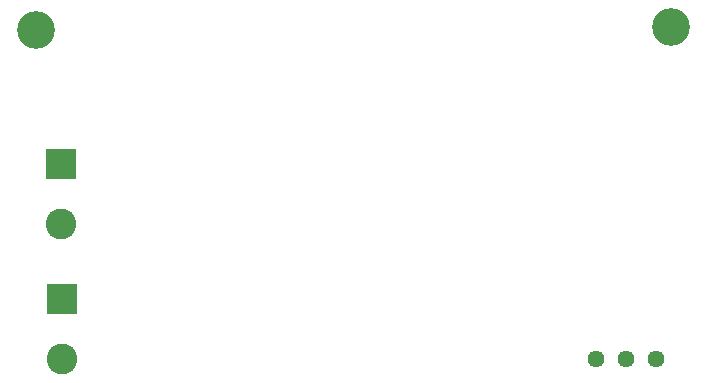
<source format=gbr>
%TF.GenerationSoftware,KiCad,Pcbnew,7.0.5*%
%TF.CreationDate,2023-07-04T22:36:34+05:30*%
%TF.ProjectId,BUCK_LOW_EMI,4255434b-5f4c-44f5-975f-454d492e6b69,rev?*%
%TF.SameCoordinates,Original*%
%TF.FileFunction,Soldermask,Bot*%
%TF.FilePolarity,Negative*%
%FSLAX46Y46*%
G04 Gerber Fmt 4.6, Leading zero omitted, Abs format (unit mm)*
G04 Created by KiCad (PCBNEW 7.0.5) date 2023-07-04 22:36:34*
%MOMM*%
%LPD*%
G01*
G04 APERTURE LIST*
%ADD10R,2.600000X2.600000*%
%ADD11C,2.600000*%
%ADD12C,3.200000*%
%ADD13C,1.440000*%
G04 APERTURE END LIST*
D10*
%TO.C,J1*%
X62595000Y-86255000D03*
D11*
X62595000Y-91335000D03*
%TD*%
D12*
%TO.C,M3*%
X114200000Y-63300000D03*
%TD*%
D13*
%TO.C,RV1*%
X112900000Y-91400000D03*
X110360000Y-91400000D03*
X107820000Y-91400000D03*
%TD*%
D12*
%TO.C,M3*%
X60400000Y-63500000D03*
%TD*%
D10*
%TO.C,J2*%
X62500000Y-74900000D03*
D11*
X62500000Y-79980000D03*
%TD*%
M02*

</source>
